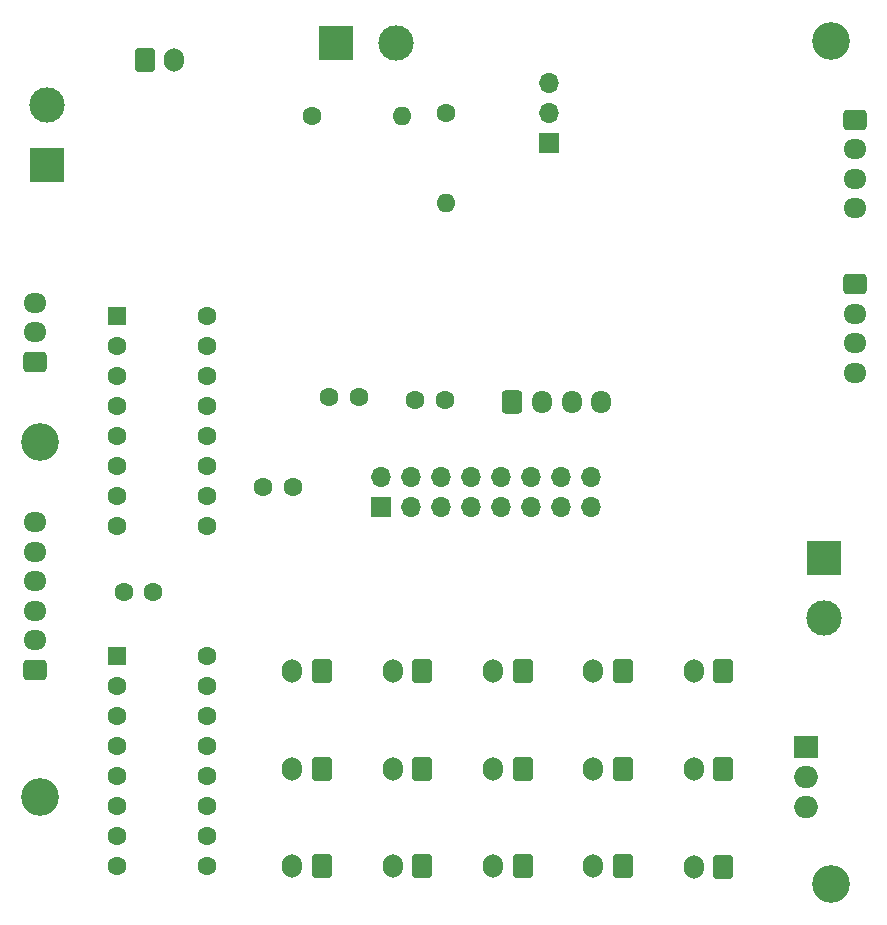
<source format=gbr>
%TF.GenerationSoftware,KiCad,Pcbnew,9.0.0*%
%TF.CreationDate,2025-04-04T02:17:59+01:00*%
%TF.ProjectId,Analogue Board,416e616c-6f67-4756-9520-426f6172642e,rev?*%
%TF.SameCoordinates,Original*%
%TF.FileFunction,Soldermask,Bot*%
%TF.FilePolarity,Negative*%
%FSLAX46Y46*%
G04 Gerber Fmt 4.6, Leading zero omitted, Abs format (unit mm)*
G04 Created by KiCad (PCBNEW 9.0.0) date 2025-04-04 02:17:59*
%MOMM*%
%LPD*%
G01*
G04 APERTURE LIST*
G04 Aperture macros list*
%AMRoundRect*
0 Rectangle with rounded corners*
0 $1 Rounding radius*
0 $2 $3 $4 $5 $6 $7 $8 $9 X,Y pos of 4 corners*
0 Add a 4 corners polygon primitive as box body*
4,1,4,$2,$3,$4,$5,$6,$7,$8,$9,$2,$3,0*
0 Add four circle primitives for the rounded corners*
1,1,$1+$1,$2,$3*
1,1,$1+$1,$4,$5*
1,1,$1+$1,$6,$7*
1,1,$1+$1,$8,$9*
0 Add four rect primitives between the rounded corners*
20,1,$1+$1,$2,$3,$4,$5,0*
20,1,$1+$1,$4,$5,$6,$7,0*
20,1,$1+$1,$6,$7,$8,$9,0*
20,1,$1+$1,$8,$9,$2,$3,0*%
G04 Aperture macros list end*
%ADD10C,3.200000*%
%ADD11O,1.700000X1.700000*%
%ADD12R,1.700000X1.700000*%
%ADD13C,1.600000*%
%ADD14O,1.600000X1.600000*%
%ADD15RoundRect,0.250000X0.600000X0.750000X-0.600000X0.750000X-0.600000X-0.750000X0.600000X-0.750000X0*%
%ADD16O,1.700000X2.000000*%
%ADD17RoundRect,0.250000X-0.550000X-0.550000X0.550000X-0.550000X0.550000X0.550000X-0.550000X0.550000X0*%
%ADD18RoundRect,0.250000X0.725000X-0.600000X0.725000X0.600000X-0.725000X0.600000X-0.725000X-0.600000X0*%
%ADD19O,1.950000X1.700000*%
%ADD20R,3.000000X3.000000*%
%ADD21C,3.000000*%
%ADD22RoundRect,0.250000X-0.600000X-0.750000X0.600000X-0.750000X0.600000X0.750000X-0.600000X0.750000X0*%
%ADD23RoundRect,0.250000X-0.725000X0.600000X-0.725000X-0.600000X0.725000X-0.600000X0.725000X0.600000X0*%
%ADD24R,2.000000X1.905000*%
%ADD25O,2.000000X1.905000*%
%ADD26RoundRect,0.250000X-0.600000X-0.725000X0.600000X-0.725000X0.600000X0.725000X-0.600000X0.725000X0*%
%ADD27O,1.700000X1.950000*%
G04 APERTURE END LIST*
D10*
%TO.C,H2*%
X160400000Y-71600000D03*
%TD*%
D11*
%TO.C,J3*%
X140080000Y-108500000D03*
X140080000Y-111040000D03*
X137540000Y-108500000D03*
X137540000Y-111040000D03*
X135000000Y-108500000D03*
X135000000Y-111040000D03*
X132460000Y-108500000D03*
X132460000Y-111040000D03*
X129920000Y-108500000D03*
X129920000Y-111040000D03*
X127380000Y-108500000D03*
X127380000Y-111040000D03*
X124840000Y-108500000D03*
X124840000Y-111040000D03*
X122300000Y-108500000D03*
D12*
X122300000Y-111040000D03*
%TD*%
D13*
%TO.C,R14*%
X116440000Y-78000000D03*
D14*
X124060000Y-78000000D03*
%TD*%
D13*
%TO.C,R13*%
X127750000Y-77690000D03*
D14*
X127750000Y-85310000D03*
%TD*%
D15*
%TO.C,TH13*%
X125750000Y-141500000D03*
D16*
X123250000Y-141500000D03*
%TD*%
D17*
%TO.C,U3*%
X99880000Y-123720000D03*
D13*
X99880000Y-126260000D03*
X99880000Y-128800000D03*
X99880000Y-131340000D03*
X99880000Y-133880000D03*
X99880000Y-136420000D03*
X99880000Y-138960000D03*
X99880000Y-141500000D03*
X107500000Y-141500000D03*
X107500000Y-138960000D03*
X107500000Y-136420000D03*
X107500000Y-133880000D03*
X107500000Y-131340000D03*
X107500000Y-128800000D03*
X107500000Y-126260000D03*
X107500000Y-123720000D03*
%TD*%
D15*
%TO.C,TH1*%
X125750000Y-125000000D03*
D16*
X123250000Y-125000000D03*
%TD*%
D15*
%TO.C,TH0*%
X117250000Y-125000000D03*
D16*
X114750000Y-125000000D03*
%TD*%
D18*
%TO.C,MUX1*%
X93000000Y-124860000D03*
D19*
X93000000Y-122360000D03*
X93000000Y-119860000D03*
X93000000Y-117360000D03*
X93000000Y-114860000D03*
X93000000Y-112360000D03*
%TD*%
D15*
%TO.C,TH4*%
X151250000Y-125000000D03*
D16*
X148750000Y-125000000D03*
%TD*%
D13*
%TO.C,C11*%
X120400000Y-101800000D03*
X117900000Y-101800000D03*
%TD*%
D20*
%TO.C,HV_IN1*%
X118460000Y-71750000D03*
D21*
X123540000Y-71750000D03*
%TD*%
D13*
%TO.C,C23*%
X127650000Y-102000000D03*
X125150000Y-102000000D03*
%TD*%
%TO.C,C14*%
X100500000Y-118250000D03*
X103000000Y-118250000D03*
%TD*%
D15*
%TO.C,TH11*%
X142750000Y-141500000D03*
D16*
X140250000Y-141500000D03*
%TD*%
D13*
%TO.C,C13*%
X114800000Y-109400000D03*
X112300000Y-109400000D03*
%TD*%
D15*
%TO.C,TH8*%
X142750000Y-133250000D03*
D16*
X140250000Y-133250000D03*
%TD*%
D15*
%TO.C,TH7*%
X134250000Y-133275000D03*
D16*
X131750000Y-133275000D03*
%TD*%
D22*
%TO.C,8V_IN1*%
X102250000Y-73250000D03*
D16*
X104750000Y-73250000D03*
%TD*%
D15*
%TO.C,TH12*%
X134250000Y-141500000D03*
D16*
X131750000Y-141500000D03*
%TD*%
D15*
%TO.C,TH3*%
X142750000Y-125000000D03*
D16*
X140250000Y-125000000D03*
%TD*%
D15*
%TO.C,TH6*%
X125750000Y-133275000D03*
D16*
X123250000Y-133275000D03*
%TD*%
D23*
%TO.C,I_SENSE_OUT1*%
X162400000Y-78300000D03*
D19*
X162400000Y-80800000D03*
X162400000Y-83300000D03*
X162400000Y-85800000D03*
%TD*%
D17*
%TO.C,U2*%
X99880000Y-94910000D03*
D13*
X99880000Y-97450000D03*
X99880000Y-99990000D03*
X99880000Y-102530000D03*
X99880000Y-105070000D03*
X99880000Y-107610000D03*
X99880000Y-110150000D03*
X99880000Y-112690000D03*
X107500000Y-112690000D03*
X107500000Y-110150000D03*
X107500000Y-107610000D03*
X107500000Y-105070000D03*
X107500000Y-102530000D03*
X107500000Y-99990000D03*
X107500000Y-97450000D03*
X107500000Y-94910000D03*
%TD*%
D24*
%TO.C,Q1*%
X158250000Y-131420000D03*
D25*
X158250000Y-133960000D03*
X158250000Y-136500000D03*
%TD*%
D23*
%TO.C,I_SENSE_IN1*%
X162400000Y-92200000D03*
D19*
X162400000Y-94700000D03*
X162400000Y-97200000D03*
X162400000Y-99700000D03*
%TD*%
D10*
%TO.C,H1*%
X93400000Y-105600000D03*
%TD*%
D26*
%TO.C,VCCS_IN2*%
X133400000Y-102200000D03*
D27*
X135900000Y-102200000D03*
X138400000Y-102200000D03*
X140900000Y-102200000D03*
%TD*%
D15*
%TO.C,TH14*%
X117250000Y-141485000D03*
D16*
X114750000Y-141485000D03*
%TD*%
D15*
%TO.C,TH5*%
X117250000Y-133250000D03*
D16*
X114750000Y-133250000D03*
%TD*%
D20*
%TO.C,VCCS_OUT1*%
X94000000Y-82080000D03*
D21*
X94000000Y-77000000D03*
%TD*%
D15*
%TO.C,TH2*%
X134250000Y-125000000D03*
D16*
X131750000Y-125000000D03*
%TD*%
D10*
%TO.C,H4*%
X93400000Y-135600000D03*
%TD*%
D15*
%TO.C,TH9*%
X151250000Y-133275000D03*
D16*
X148750000Y-133275000D03*
%TD*%
D20*
%TO.C,5V_IN1*%
X159750000Y-115420000D03*
D21*
X159750000Y-120500000D03*
%TD*%
D10*
%TO.C,H3*%
X160400000Y-143000000D03*
%TD*%
D15*
%TO.C,TH10*%
X151250000Y-141525000D03*
D16*
X148750000Y-141525000D03*
%TD*%
D18*
%TO.C,V_SENSE_OUT1*%
X93003842Y-98778212D03*
D19*
X93003842Y-96278212D03*
X93003842Y-93778212D03*
%TD*%
D12*
%TO.C,J2*%
X136493600Y-80232400D03*
D11*
X136493600Y-77692400D03*
X136493600Y-75152400D03*
%TD*%
M02*

</source>
